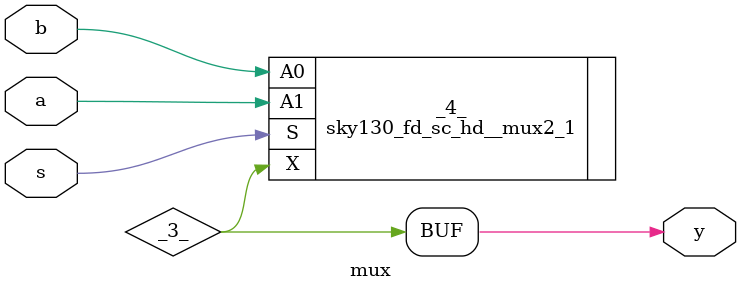
<source format=v>
/* Generated by Yosys 0.9+4081 (git sha1 862e84eb, gcc 9.3.0-17ubuntu1~20.04 -fPIC -Os) */

(* top =  1  *)
(* src = "mux.v:1.1-6.10" *)
module mux(a, b, s, y);
  (* src = "mux.v:2.11-2.12" *)
  wire _0_;
  (* src = "mux.v:2.13-2.14" *)
  wire _1_;
  (* src = "mux.v:2.15-2.16" *)
  wire _2_;
  (* src = "mux.v:3.12-3.13" *)
  wire _3_;
  (* src = "mux.v:2.11-2.12" *)
  input a;
  (* src = "mux.v:2.13-2.14" *)
  input b;
  (* src = "mux.v:2.15-2.16" *)
  input s;
  (* src = "mux.v:3.12-3.13" *)
  output y;
  sky130_fd_sc_hd__mux2_1 _4_ (
    .A0(_1_),
    .A1(_0_),
    .S(_2_),
    .X(_3_)
  );
  assign _1_ = b;
  assign _0_ = a;
  assign _2_ = s;
  assign y = _3_;
endmodule

</source>
